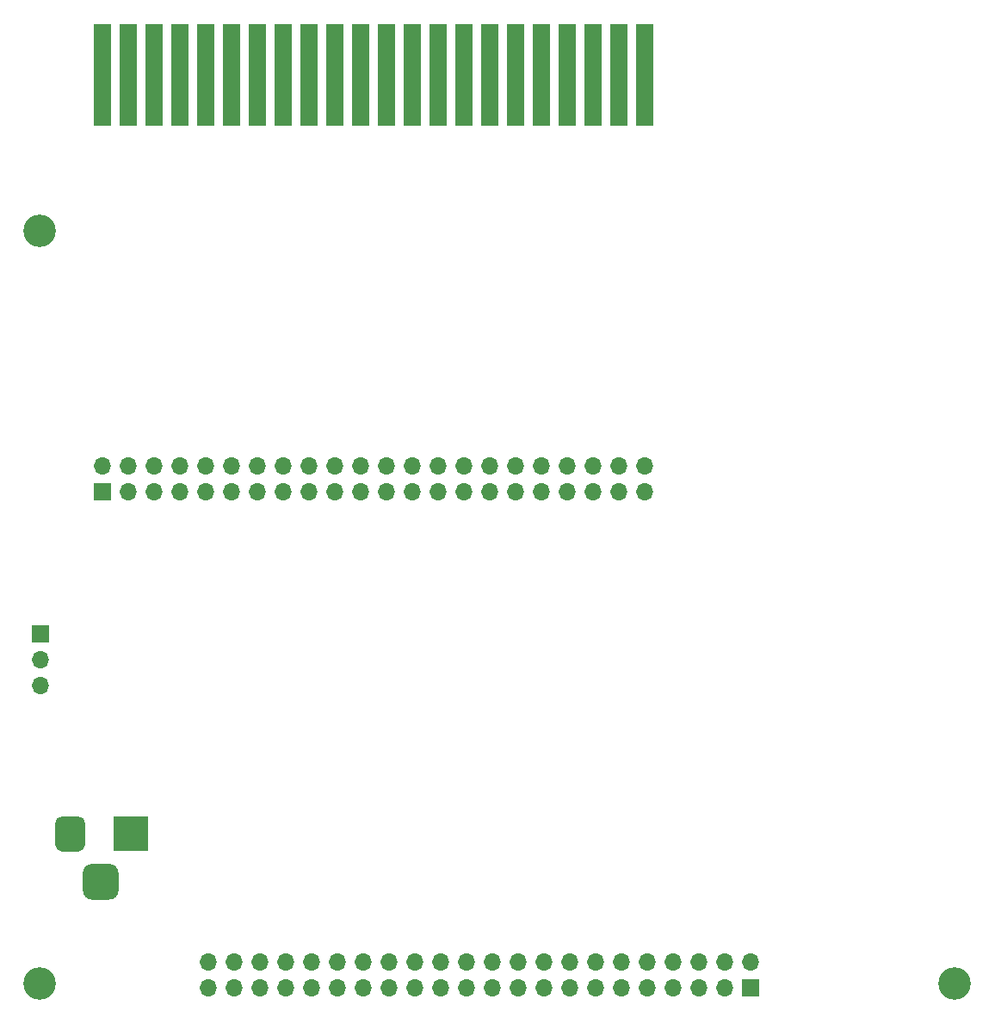
<source format=gbs>
G04 #@! TF.GenerationSoftware,KiCad,Pcbnew,(5.1.9)-1*
G04 #@! TF.CreationDate,2022-06-04T11:55:27+09:00*
G04 #@! TF.ProjectId,mz-2000,6d7a2d32-3030-4302-9e6b-696361645f70,rev?*
G04 #@! TF.SameCoordinates,PX2faf080PY93d1cc0*
G04 #@! TF.FileFunction,Soldermask,Bot*
G04 #@! TF.FilePolarity,Negative*
%FSLAX46Y46*%
G04 Gerber Fmt 4.6, Leading zero omitted, Abs format (unit mm)*
G04 Created by KiCad (PCBNEW (5.1.9)-1) date 2022-06-04 11:55:27*
%MOMM*%
%LPD*%
G01*
G04 APERTURE LIST*
%ADD10C,3.200000*%
%ADD11R,1.780000X10.000000*%
%ADD12O,1.700000X1.700000*%
%ADD13R,1.700000X1.700000*%
%ADD14R,3.500000X3.500000*%
G04 APERTURE END LIST*
D10*
X5000000Y79000000D03*
X95000000Y5000000D03*
X5000000Y5000000D03*
D11*
X11176000Y94270000D03*
X13716000Y94270000D03*
X16256000Y94270000D03*
X18796000Y94270000D03*
X21336000Y94270000D03*
X23876000Y94270000D03*
X26416000Y94270000D03*
X28956000Y94270000D03*
X31496000Y94270000D03*
X34036000Y94270000D03*
X36576000Y94270000D03*
X39116000Y94270000D03*
X41656000Y94270000D03*
X44196000Y94270000D03*
X46736000Y94270000D03*
X49276000Y94270000D03*
X51816000Y94270000D03*
X54356000Y94270000D03*
X56896000Y94270000D03*
X59436000Y94270000D03*
X61976000Y94270000D03*
X64516000Y94270000D03*
D12*
X64516000Y55880000D03*
X64516000Y53340000D03*
X61976000Y55880000D03*
X61976000Y53340000D03*
X59436000Y55880000D03*
X59436000Y53340000D03*
X56896000Y55880000D03*
X56896000Y53340000D03*
X54356000Y55880000D03*
X54356000Y53340000D03*
X51816000Y55880000D03*
X51816000Y53340000D03*
X49276000Y55880000D03*
X49276000Y53340000D03*
X46736000Y55880000D03*
X46736000Y53340000D03*
X44196000Y55880000D03*
X44196000Y53340000D03*
X41656000Y55880000D03*
X41656000Y53340000D03*
X39116000Y55880000D03*
X39116000Y53340000D03*
X36576000Y55880000D03*
X36576000Y53340000D03*
X34036000Y55880000D03*
X34036000Y53340000D03*
X31496000Y55880000D03*
X31496000Y53340000D03*
X28956000Y55880000D03*
X28956000Y53340000D03*
X26416000Y55880000D03*
X26416000Y53340000D03*
X23876000Y55880000D03*
X23876000Y53340000D03*
X21336000Y55880000D03*
X21336000Y53340000D03*
X18796000Y55880000D03*
X18796000Y53340000D03*
X16256000Y55880000D03*
X16256000Y53340000D03*
X13716000Y55880000D03*
X13716000Y53340000D03*
X11176000Y55880000D03*
D13*
X11176000Y53340000D03*
D14*
X13970000Y19685000D03*
G36*
G01*
X6470000Y18685000D02*
X6470000Y20685000D01*
G75*
G02*
X7220000Y21435000I750000J0D01*
G01*
X8720000Y21435000D01*
G75*
G02*
X9470000Y20685000I0J-750000D01*
G01*
X9470000Y18685000D01*
G75*
G02*
X8720000Y17935000I-750000J0D01*
G01*
X7220000Y17935000D01*
G75*
G02*
X6470000Y18685000I0J750000D01*
G01*
G37*
G36*
G01*
X9220000Y14110000D02*
X9220000Y15860000D01*
G75*
G02*
X10095000Y16735000I875000J0D01*
G01*
X11845000Y16735000D01*
G75*
G02*
X12720000Y15860000I0J-875000D01*
G01*
X12720000Y14110000D01*
G75*
G02*
X11845000Y13235000I-875000J0D01*
G01*
X10095000Y13235000D01*
G75*
G02*
X9220000Y14110000I0J875000D01*
G01*
G37*
D13*
X74910000Y4596000D03*
D12*
X74910000Y7136000D03*
X72370000Y4596000D03*
X72370000Y7136000D03*
X69830000Y4596000D03*
X69830000Y7136000D03*
X67290000Y4596000D03*
X67290000Y7136000D03*
X64750000Y4596000D03*
X64750000Y7136000D03*
X62210000Y4596000D03*
X62210000Y7136000D03*
X59670000Y4596000D03*
X59670000Y7136000D03*
X57130000Y4596000D03*
X57130000Y7136000D03*
X54590000Y4596000D03*
X54590000Y7136000D03*
X52050000Y4596000D03*
X52050000Y7136000D03*
X49510000Y4596000D03*
X49510000Y7136000D03*
X46970000Y4596000D03*
X46970000Y7136000D03*
X44430000Y4596000D03*
X44430000Y7136000D03*
X41890000Y4596000D03*
X41890000Y7136000D03*
X39350000Y4596000D03*
X39350000Y7136000D03*
X36810000Y4596000D03*
X36810000Y7136000D03*
X34270000Y4596000D03*
X34270000Y7136000D03*
X31730000Y4596000D03*
X31730000Y7136000D03*
X29190000Y4596000D03*
X29190000Y7136000D03*
X26650000Y4596000D03*
X26650000Y7136000D03*
X24110000Y4596000D03*
X24110000Y7136000D03*
X21570000Y4596000D03*
X21570000Y7136000D03*
D13*
X5080000Y39370000D03*
D12*
X5080000Y36830000D03*
X5080000Y34290000D03*
M02*

</source>
